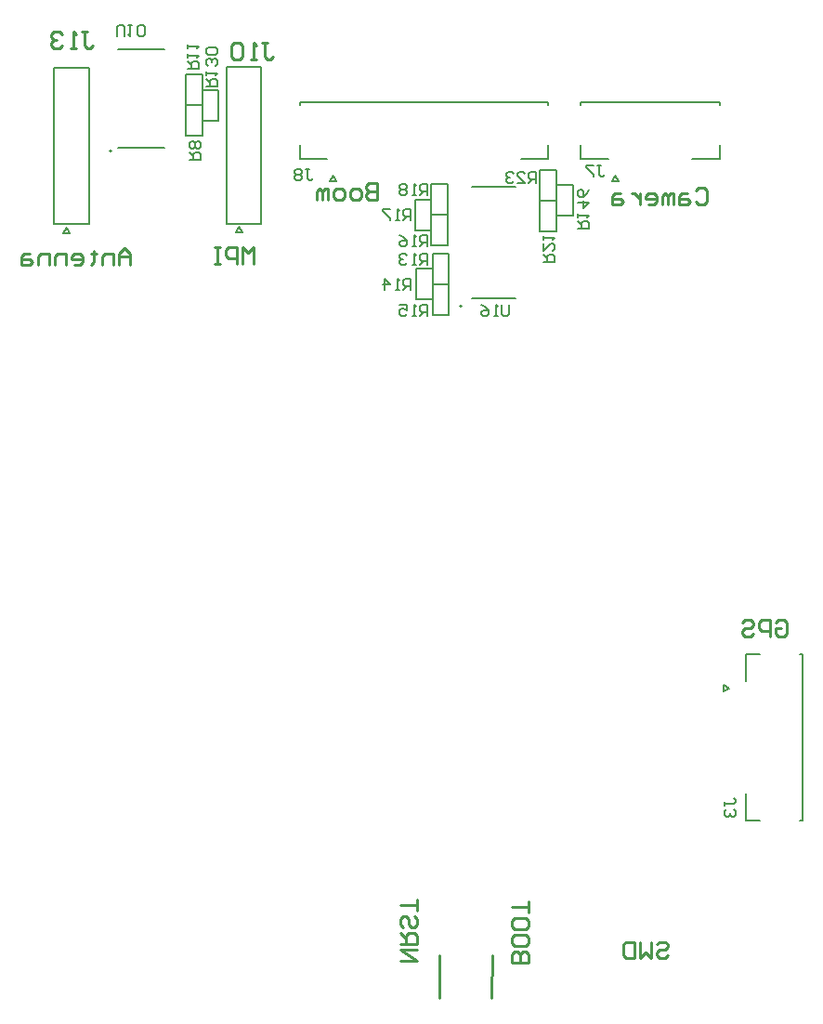
<source format=gbr>
%TF.GenerationSoftware,Altium Limited,Altium Designer,21.6.4 (81)*%
G04 Layer_Color=32896*
%FSLAX26Y26*%
%MOIN*%
%TF.SameCoordinates,8BEB2CB1-843D-409B-AEA6-C59BAE6679C3*%
%TF.FilePolarity,Positive*%
%TF.FileFunction,Legend,Bot*%
%TF.Part,Single*%
G01*
G75*
%TA.AperFunction,NonConductor*%
%ADD43C,0.010000*%
%ADD59C,0.007874*%
%ADD60C,0.005000*%
%ADD61C,0.006000*%
%ADD62C,0.008000*%
D43*
X2332677Y8858D02*
X2333570Y163069D01*
X2144685Y9842D02*
X2145669Y161417D01*
X2006063Y143858D02*
X2066044D01*
X2006063Y183845D01*
X2066044D01*
X2006063Y203839D02*
X2066044D01*
Y233829D01*
X2056047Y243826D01*
X2036053D01*
X2026056Y233829D01*
Y203839D01*
Y223832D02*
X2006063Y243826D01*
X2056047Y303807D02*
X2066044Y293810D01*
Y273816D01*
X2056047Y263820D01*
X2046050D01*
X2036053Y273816D01*
Y293810D01*
X2026056Y303807D01*
X2016060D01*
X2006063Y293810D01*
Y273816D01*
X2016060Y263820D01*
X2066044Y323800D02*
Y363787D01*
Y343794D01*
X2006063D01*
X2463107Y137885D02*
X2403126D01*
Y167875D01*
X2413123Y177872D01*
X2423119D01*
X2433116Y167875D01*
Y137885D01*
Y167875D01*
X2443113Y177872D01*
X2453110D01*
X2463107Y167875D01*
Y137885D01*
Y227856D02*
Y207863D01*
X2453110Y197866D01*
X2413123D01*
X2403126Y207863D01*
Y227856D01*
X2413123Y237853D01*
X2453110D01*
X2463107Y227856D01*
Y287837D02*
Y267843D01*
X2453110Y257846D01*
X2413123D01*
X2403126Y267843D01*
Y287837D01*
X2413123Y297833D01*
X2453110D01*
X2463107Y287837D01*
Y317827D02*
Y357814D01*
Y337820D01*
X2403126D01*
X2926377Y201325D02*
X2936374Y211322D01*
X2956368D01*
X2966364Y201325D01*
Y191328D01*
X2956368Y181331D01*
X2936374D01*
X2926377Y171334D01*
Y161338D01*
X2936374Y151341D01*
X2956368D01*
X2966364Y161338D01*
X2906384Y211322D02*
Y151341D01*
X2886390Y171334D01*
X2866397Y151341D01*
Y211322D01*
X2846403D02*
Y151341D01*
X2816413D01*
X2806416Y161338D01*
Y201325D01*
X2816413Y211322D01*
X2846403D01*
X3351588Y1355259D02*
X3361584Y1365256D01*
X3381578D01*
X3391575Y1355259D01*
Y1315272D01*
X3381578Y1305276D01*
X3361584D01*
X3351588Y1315272D01*
Y1335266D01*
X3371581D01*
X3331594Y1305276D02*
Y1365256D01*
X3301604D01*
X3291607Y1355259D01*
Y1335266D01*
X3301604Y1325269D01*
X3331594D01*
X3231626Y1355259D02*
X3241623Y1365256D01*
X3261617D01*
X3271614Y1355259D01*
Y1345263D01*
X3261617Y1335266D01*
X3241623D01*
X3231626Y1325269D01*
Y1315272D01*
X3241623Y1305276D01*
X3261617D01*
X3271614Y1315272D01*
X3064186Y2906441D02*
X3074183Y2916437D01*
X3094176D01*
X3104173Y2906441D01*
Y2866454D01*
X3094176Y2856457D01*
X3074183D01*
X3064186Y2866454D01*
X3034196Y2896444D02*
X3014202D01*
X3004206Y2886447D01*
Y2856457D01*
X3034196D01*
X3044193Y2866454D01*
X3034196Y2876450D01*
X3004206D01*
X2984212Y2856457D02*
Y2896444D01*
X2974215D01*
X2964218Y2886447D01*
Y2856457D01*
Y2886447D01*
X2954222Y2896444D01*
X2944225Y2886447D01*
Y2856457D01*
X2894241D02*
X2914235D01*
X2924231Y2866454D01*
Y2886447D01*
X2914235Y2896444D01*
X2894241D01*
X2884244Y2886447D01*
Y2876450D01*
X2924231D01*
X2864251Y2896444D02*
Y2856457D01*
Y2876450D01*
X2854254Y2886447D01*
X2844257Y2896444D01*
X2834260D01*
X2794273D02*
X2774280D01*
X2764283Y2886447D01*
Y2856457D01*
X2794273D01*
X2804270Y2866454D01*
X2794273Y2876450D01*
X2764283D01*
X1923071Y2932185D02*
Y2872205D01*
X1893081D01*
X1883084Y2882202D01*
Y2892198D01*
X1893081Y2902195D01*
X1923071D01*
X1893081D01*
X1883084Y2912192D01*
Y2922189D01*
X1893081Y2932185D01*
X1923071D01*
X1853093Y2872205D02*
X1833100D01*
X1823103Y2882202D01*
Y2902195D01*
X1833100Y2912192D01*
X1853093D01*
X1863090Y2902195D01*
Y2882202D01*
X1853093Y2872205D01*
X1793113D02*
X1773119D01*
X1763123Y2882202D01*
Y2902195D01*
X1773119Y2912192D01*
X1793113D01*
X1803110Y2902195D01*
Y2882202D01*
X1793113Y2872205D01*
X1743129D02*
Y2912192D01*
X1733132D01*
X1723136Y2902195D01*
Y2872205D01*
Y2902195D01*
X1713139Y2912192D01*
X1703142Y2902195D01*
Y2872205D01*
X1033307Y2639921D02*
Y2679908D01*
X1013314Y2699902D01*
X993320Y2679908D01*
Y2639921D01*
Y2669912D01*
X1033307D01*
X973327Y2639921D02*
Y2679908D01*
X943336D01*
X933339Y2669912D01*
Y2639921D01*
X903349Y2689905D02*
Y2679908D01*
X913346D01*
X893352D01*
X903349D01*
Y2649918D01*
X893352Y2639921D01*
X833372D02*
X853365D01*
X863362Y2649918D01*
Y2669912D01*
X853365Y2679908D01*
X833372D01*
X823375Y2669912D01*
Y2659915D01*
X863362D01*
X803381Y2639921D02*
Y2679908D01*
X773391D01*
X763394Y2669912D01*
Y2639921D01*
X743401D02*
Y2679908D01*
X713411D01*
X703414Y2669912D01*
Y2639921D01*
X673423Y2679908D02*
X653430D01*
X643433Y2669912D01*
Y2639921D01*
X673423D01*
X683420Y2649918D01*
X673423Y2659915D01*
X643433D01*
X1478189Y2643858D02*
Y2703839D01*
X1458196Y2683845D01*
X1438202Y2703839D01*
Y2643858D01*
X1418208D02*
Y2703839D01*
X1388218D01*
X1378221Y2693842D01*
Y2673849D01*
X1388218Y2663852D01*
X1418208D01*
X1358228Y2703839D02*
X1338234D01*
X1348231D01*
Y2643858D01*
X1358228D01*
X1338234D01*
X861760Y3474872D02*
X881754D01*
X871757D01*
Y3424888D01*
X881754Y3414892D01*
X891751D01*
X901747Y3424888D01*
X841767Y3414892D02*
X821773D01*
X831770D01*
Y3474872D01*
X841767Y3464875D01*
X791783D02*
X781786Y3474872D01*
X761793D01*
X751796Y3464875D01*
Y3454879D01*
X761793Y3444882D01*
X771789D01*
X761793D01*
X751796Y3434885D01*
Y3424888D01*
X761793Y3414892D01*
X781786D01*
X791783Y3424888D01*
X1507429Y3435502D02*
X1527423D01*
X1517426D01*
Y3385518D01*
X1527423Y3375521D01*
X1537420D01*
X1547417Y3385518D01*
X1487436Y3375521D02*
X1467443D01*
X1477439D01*
Y3435502D01*
X1487436Y3425505D01*
X1437452D02*
X1427455Y3435502D01*
X1407462D01*
X1397465Y3425505D01*
Y3385518D01*
X1407462Y3375521D01*
X1427455D01*
X1437452Y3385518D01*
Y3425505D01*
D59*
X968504Y3047244D02*
G03*
X968504Y3047244I-3937J0D01*
G01*
X2225394Y2491142D02*
G03*
X2225394Y2491142I-3937J0D01*
G01*
X1234252Y3322835D02*
X1293307D01*
X1234252Y3212598D02*
Y3322835D01*
Y3212598D02*
X1293307D01*
Y3322835D01*
X1234252Y3212599D02*
X1293307D01*
X1234252Y3102362D02*
Y3212599D01*
Y3102362D02*
X1293307D01*
Y3212599D01*
X1293307Y3267717D02*
X1352362D01*
X1293307Y3157480D02*
Y3267717D01*
Y3157480D02*
X1352362D01*
Y3267717D01*
X2564961Y2925197D02*
X2624016D01*
X2564961Y2814961D02*
Y2925197D01*
Y2814961D02*
X2624016D01*
Y2925197D01*
X2505905Y2980315D02*
X2564961D01*
X2505905Y2870079D02*
Y2980315D01*
Y2870079D02*
X2564961D01*
Y2980315D01*
X2505905Y2870079D02*
X2564961D01*
X2505905Y2759842D02*
Y2870079D01*
Y2759842D02*
X2564961D01*
Y2870079D01*
X2061024Y2515748D02*
X2120079D01*
Y2625984D01*
X2061024D02*
X2120079D01*
X2061024Y2515748D02*
Y2625984D01*
X2120079Y2460630D02*
X2179134D01*
Y2570866D01*
X2120079D02*
X2179134D01*
X2120079Y2460630D02*
Y2570866D01*
Y2570866D02*
X2179134D01*
Y2681102D01*
X2120079D02*
X2179134D01*
X2120079Y2570866D02*
Y2681102D01*
X2116142Y2818898D02*
X2175197D01*
X2116142Y2708661D02*
Y2818898D01*
Y2708661D02*
X2175197D01*
Y2818898D01*
X2057087Y2874016D02*
X2116142D01*
X2057087Y2763779D02*
Y2874016D01*
Y2763779D02*
X2116142D01*
Y2874016D01*
X2116142Y2929134D02*
X2175197D01*
X2116142Y2818898D02*
Y2929134D01*
Y2818898D02*
X2175197D01*
Y2929134D01*
D60*
X2535433Y3214567D02*
Y3224410D01*
X1643701Y3214567D02*
Y3224410D01*
X1751772Y2938898D02*
X1763583Y2958583D01*
X1775394Y2938898D01*
X1751772D02*
X1775394D01*
X2535433Y3019685D02*
Y3070866D01*
X1643701Y3019685D02*
Y3070866D01*
Y3224410D02*
X2535433D01*
X1643701Y3019685D02*
X1741339D01*
X2437795D02*
X2535433D01*
X2260827Y2520276D02*
X2418307D01*
X2260827Y2918701D02*
X2418307D01*
X3244095Y646654D02*
Y744291D01*
Y1145473D02*
Y1243110D01*
X3448819Y646654D02*
Y1243110D01*
X3244095D02*
X3295276D01*
X3244095Y646654D02*
X3295276D01*
X3165945Y1109055D02*
Y1132677D01*
Y1109055D02*
X3185630Y1120866D01*
X3165945Y1132677D02*
X3185630Y1120866D01*
X3438976Y1243110D02*
X3448819D01*
X3438976Y646654D02*
X3448819D01*
X3150590Y3214567D02*
Y3224409D01*
X2652559Y3214567D02*
Y3224409D01*
X2763780Y2940748D02*
X2775590Y2960433D01*
X2787402Y2940748D01*
X2763780D02*
X2787402D01*
X3150590Y3019685D02*
Y3070866D01*
X2652559Y3019685D02*
Y3070866D01*
Y3224409D02*
X3150590D01*
X2652559Y3019685D02*
X2750197D01*
X3052953D02*
X3150590D01*
X795276Y2753937D02*
X807087Y2773622D01*
X818898Y2753937D01*
X795276D02*
X818898D01*
X761811Y3346457D02*
X887795D01*
Y2785433D02*
Y3346457D01*
X761811Y2785433D02*
X887795D01*
X761811D02*
Y3346457D01*
X1413386Y2755905D02*
X1425197Y2775591D01*
X1437008Y2755905D01*
X1413386D02*
X1437008D01*
X1379921Y3348425D02*
X1505906D01*
Y2787402D02*
Y3348425D01*
X1379921Y2787402D02*
X1505906D01*
X1379921D02*
Y3348425D01*
D61*
X991303Y3413220D02*
X1158303D01*
X991303Y3059220D02*
X1158303D01*
D62*
X2490324Y2932762D02*
Y2972749D01*
X2470331D01*
X2463666Y2966085D01*
Y2952756D01*
X2470331Y2946091D01*
X2490324D01*
X2476995D02*
X2463666Y2932762D01*
X2423679D02*
X2450337D01*
X2423679Y2959420D01*
Y2966085D01*
X2430343Y2972749D01*
X2443672D01*
X2450337Y2966085D01*
X2410350D02*
X2403685Y2972749D01*
X2390356D01*
X2383692Y2966085D01*
Y2959420D01*
X2390356Y2952756D01*
X2397021D01*
X2390356D01*
X2383692Y2946091D01*
Y2939427D01*
X2390356Y2932762D01*
X2403685D01*
X2410350Y2939427D01*
X2519377Y2650199D02*
X2559364D01*
Y2670192D01*
X2552699Y2676857D01*
X2539370D01*
X2532706Y2670192D01*
Y2650199D01*
Y2663528D02*
X2519377Y2676857D01*
Y2716844D02*
Y2690186D01*
X2546035Y2716844D01*
X2552699D01*
X2559364Y2710179D01*
Y2696850D01*
X2552699Y2690186D01*
X2519377Y2730173D02*
Y2743502D01*
Y2736838D01*
X2559364D01*
X2552699Y2730173D01*
X2101165Y2889455D02*
Y2929442D01*
X2081171D01*
X2074507Y2922778D01*
Y2909449D01*
X2081171Y2902784D01*
X2101165D01*
X2087836D02*
X2074507Y2889455D01*
X2061178D02*
X2047849D01*
X2054513D01*
Y2929442D01*
X2061178Y2922778D01*
X2027855D02*
X2021191Y2929442D01*
X2007862D01*
X2001197Y2922778D01*
Y2916113D01*
X2007862Y2909449D01*
X2001197Y2902784D01*
Y2896120D01*
X2007862Y2889455D01*
X2021191D01*
X2027855Y2896120D01*
Y2902784D01*
X2021191Y2909449D01*
X2027855Y2916113D01*
Y2922778D01*
X2021191Y2909449D02*
X2007862D01*
X2042110Y2798904D02*
Y2838891D01*
X2022116D01*
X2015452Y2832227D01*
Y2818898D01*
X2022116Y2812233D01*
X2042110D01*
X2028781D02*
X2015452Y2798904D01*
X2002123D02*
X1988794D01*
X1995458D01*
Y2838891D01*
X2002123Y2832227D01*
X1968800Y2838891D02*
X1942142D01*
Y2832227D01*
X1968800Y2805569D01*
Y2798904D01*
X2099984Y2705006D02*
Y2744994D01*
X2079990D01*
X2073326Y2738329D01*
Y2725000D01*
X2079990Y2718336D01*
X2099984D01*
X2086655D02*
X2073326Y2705006D01*
X2059997D02*
X2046668D01*
X2053332D01*
Y2744994D01*
X2059997Y2738329D01*
X2000016Y2744994D02*
X2013345Y2738329D01*
X2026674Y2725000D01*
Y2711671D01*
X2020010Y2705006D01*
X2006681D01*
X2000016Y2711671D01*
Y2718336D01*
X2006681Y2725000D01*
X2026674D01*
X2099984Y2455006D02*
Y2494994D01*
X2079990D01*
X2073326Y2488329D01*
Y2475000D01*
X2079990Y2468336D01*
X2099984D01*
X2086655D02*
X2073326Y2455006D01*
X2059997D02*
X2046668D01*
X2053332D01*
Y2494994D01*
X2059997Y2488329D01*
X2000016Y2494994D02*
X2026674D01*
Y2475000D01*
X2013345Y2481664D01*
X2006681D01*
X2000016Y2475000D01*
Y2461671D01*
X2006681Y2455006D01*
X2020010D01*
X2026674Y2461671D01*
X2039984Y2550006D02*
Y2589994D01*
X2019990D01*
X2013326Y2583329D01*
Y2570000D01*
X2019990Y2563336D01*
X2039984D01*
X2026655D02*
X2013326Y2550006D01*
X1999997D02*
X1986668D01*
X1993332D01*
Y2589994D01*
X1999997Y2583329D01*
X1946681Y2550006D02*
Y2589994D01*
X1966674Y2570000D01*
X1940016D01*
X2099984Y2640006D02*
Y2679994D01*
X2079990D01*
X2073326Y2673329D01*
Y2660000D01*
X2079990Y2653336D01*
X2099984D01*
X2086655D02*
X2073326Y2640006D01*
X2059997D02*
X2046668D01*
X2053332D01*
Y2679994D01*
X2059997Y2673329D01*
X2026674D02*
X2020010Y2679994D01*
X2006681D01*
X2000016Y2673329D01*
Y2666664D01*
X2006681Y2660000D01*
X2013345D01*
X2006681D01*
X2000016Y2653336D01*
Y2646671D01*
X2006681Y2640006D01*
X2020010D01*
X2026674Y2646671D01*
X1239849Y3342508D02*
X1279836D01*
Y3362501D01*
X1273172Y3369166D01*
X1259842D01*
X1253178Y3362501D01*
Y3342508D01*
Y3355836D02*
X1239849Y3369166D01*
Y3382495D02*
Y3395824D01*
Y3389159D01*
X1279836D01*
X1273172Y3382495D01*
X1239849Y3415817D02*
Y3429146D01*
Y3422482D01*
X1279836D01*
X1273172Y3415817D01*
X1247723Y3017859D02*
X1287710D01*
Y3037852D01*
X1281046Y3044517D01*
X1267716D01*
X1261052Y3037852D01*
Y3017859D01*
Y3031188D02*
X1247723Y3044517D01*
X1281046Y3057846D02*
X1287710Y3064510D01*
Y3077839D01*
X1281046Y3084504D01*
X1274381D01*
X1267716Y3077839D01*
X1261052Y3084504D01*
X1254388D01*
X1247723Y3077839D01*
Y3064510D01*
X1254388Y3057846D01*
X1261052D01*
X1267716Y3064510D01*
X1274381Y3057846D01*
X1281046D01*
X1267716Y3064510D02*
Y3077839D01*
X2394472Y2496372D02*
Y2463049D01*
X2387807Y2456385D01*
X2374479D01*
X2367814Y2463049D01*
Y2496372D01*
X2354485Y2456385D02*
X2341156D01*
X2347820D01*
Y2496372D01*
X2354485Y2489707D01*
X2294504Y2496372D02*
X2307833Y2489707D01*
X2321162Y2476378D01*
Y2463049D01*
X2314498Y2456385D01*
X2301169D01*
X2294504Y2463049D01*
Y2469713D01*
X2301169Y2476378D01*
X2321162D01*
X3168983Y698594D02*
Y711923D01*
Y705258D01*
X3202305D01*
X3208970Y711923D01*
Y718587D01*
X3202305Y725252D01*
X3175647Y685264D02*
X3168983Y678600D01*
Y665271D01*
X3175647Y658606D01*
X3182312D01*
X3188976Y665271D01*
Y671936D01*
Y665271D01*
X3195641Y658606D01*
X3202305D01*
X3208970Y665271D01*
Y678600D01*
X3202305Y685264D01*
X2641424Y2768605D02*
X2681411D01*
Y2788599D01*
X2674746Y2795263D01*
X2661417D01*
X2654753Y2788599D01*
Y2768605D01*
Y2781934D02*
X2641424Y2795263D01*
Y2808592D02*
Y2821921D01*
Y2815257D01*
X2681411D01*
X2674746Y2808592D01*
X2641424Y2861908D02*
X2681411D01*
X2661417Y2841915D01*
Y2868573D01*
X2681411Y2908560D02*
X2674746Y2895231D01*
X2661417Y2881902D01*
X2648088D01*
X2641424Y2888566D01*
Y2901896D01*
X2648088Y2908560D01*
X2654753D01*
X2661417Y2901896D01*
Y2881902D01*
X988819Y3460227D02*
Y3493550D01*
X995484Y3500214D01*
X1008813D01*
X1015477Y3493550D01*
Y3460227D01*
X1028806Y3500214D02*
X1042136D01*
X1035471D01*
Y3460227D01*
X1028806Y3466891D01*
X1062129D02*
X1068794Y3460227D01*
X1082123D01*
X1088787Y3466891D01*
Y3493550D01*
X1082123Y3500214D01*
X1068794D01*
X1062129Y3493550D01*
Y3466891D01*
X1306778Y3280416D02*
X1346765D01*
Y3300410D01*
X1340101Y3307074D01*
X1326772D01*
X1320107Y3300410D01*
Y3280416D01*
Y3293745D02*
X1306778Y3307074D01*
Y3320403D02*
Y3333732D01*
Y3327068D01*
X1346765D01*
X1340101Y3320403D01*
Y3353726D02*
X1346765Y3360390D01*
Y3373720D01*
X1340101Y3380384D01*
X1333436D01*
X1326772Y3373720D01*
Y3367055D01*
Y3373720D01*
X1320107Y3380384D01*
X1313443D01*
X1306778Y3373720D01*
Y3360390D01*
X1313443Y3353726D01*
X1340101Y3393713D02*
X1346765Y3400378D01*
Y3413707D01*
X1340101Y3420371D01*
X1313443D01*
X1306778Y3413707D01*
Y3400378D01*
X1313443Y3393713D01*
X1340101D01*
X1663160Y2984561D02*
X1676489D01*
X1669825D01*
Y2951238D01*
X1676489Y2944573D01*
X1683154D01*
X1689819Y2951238D01*
X1649831Y2977896D02*
X1643167Y2984561D01*
X1629838D01*
X1623173Y2977896D01*
Y2971231D01*
X1629838Y2964567D01*
X1623173Y2957903D01*
Y2951238D01*
X1629838Y2944573D01*
X1643167D01*
X1649831Y2951238D01*
Y2957903D01*
X1643167Y2964567D01*
X1649831Y2971231D01*
Y2977896D01*
X1643167Y2964567D02*
X1629838D01*
X2711389Y2996372D02*
X2724718D01*
X2718053D01*
Y2963049D01*
X2724718Y2956385D01*
X2731382D01*
X2738047Y2963049D01*
X2698060Y2996372D02*
X2671402D01*
Y2989707D01*
X2698060Y2963049D01*
Y2956385D01*
%TF.MD5,57208c9d1b862013da697eea2c8c7cda*%
M02*

</source>
